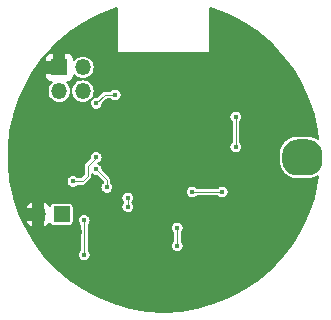
<source format=gbr>
G04 #@! TF.GenerationSoftware,KiCad,Pcbnew,(5.1.4)-1*
G04 #@! TF.CreationDate,2020-01-29T15:42:18+01:00*
G04 #@! TF.ProjectId,BLE-node,424c452d-6e6f-4646-952e-6b696361645f,rev?*
G04 #@! TF.SameCoordinates,Original*
G04 #@! TF.FileFunction,Copper,L2,Bot*
G04 #@! TF.FilePolarity,Positive*
%FSLAX46Y46*%
G04 Gerber Fmt 4.6, Leading zero omitted, Abs format (unit mm)*
G04 Created by KiCad (PCBNEW (5.1.4)-1) date 2020-01-29 15:42:18*
%MOMM*%
%LPD*%
G04 APERTURE LIST*
%ADD10O,1.350000X1.350000*%
%ADD11R,1.350000X1.350000*%
%ADD12R,4.500000X2.400000*%
%ADD13C,0.100000*%
%ADD14C,3.050000*%
%ADD15C,0.450000*%
%ADD16C,0.088900*%
%ADD17C,0.127000*%
G04 APERTURE END LIST*
D10*
X122682000Y-81248000D03*
X120682000Y-81248000D03*
X122682000Y-79248000D03*
D11*
X120682000Y-79248000D03*
D10*
X118904000Y-91694000D03*
D11*
X120904000Y-91694000D03*
D12*
X119920000Y-86868000D03*
D13*
G36*
X141798054Y-85349256D02*
G01*
X141924181Y-85367966D01*
X142047867Y-85398947D01*
X142167921Y-85441903D01*
X142283186Y-85496420D01*
X142392552Y-85561972D01*
X142494967Y-85637928D01*
X142589444Y-85723556D01*
X142675072Y-85818033D01*
X142751028Y-85920448D01*
X142816580Y-86029814D01*
X142871097Y-86145079D01*
X142914053Y-86265133D01*
X142945034Y-86388819D01*
X142963744Y-86514946D01*
X142970000Y-86642300D01*
X142970000Y-87093700D01*
X142963744Y-87221054D01*
X142945034Y-87347181D01*
X142914053Y-87470867D01*
X142871097Y-87590921D01*
X142816580Y-87706186D01*
X142751028Y-87815552D01*
X142675072Y-87917967D01*
X142589444Y-88012444D01*
X142494967Y-88098072D01*
X142392552Y-88174028D01*
X142283186Y-88239580D01*
X142167921Y-88294097D01*
X142047867Y-88337053D01*
X141924181Y-88368034D01*
X141798054Y-88386744D01*
X141670700Y-88393000D01*
X140869300Y-88393000D01*
X140741946Y-88386744D01*
X140615819Y-88368034D01*
X140492133Y-88337053D01*
X140372079Y-88294097D01*
X140256814Y-88239580D01*
X140147448Y-88174028D01*
X140045033Y-88098072D01*
X139950556Y-88012444D01*
X139864928Y-87917967D01*
X139788972Y-87815552D01*
X139723420Y-87706186D01*
X139668903Y-87590921D01*
X139625947Y-87470867D01*
X139594966Y-87347181D01*
X139576256Y-87221054D01*
X139570000Y-87093700D01*
X139570000Y-86642300D01*
X139576256Y-86514946D01*
X139594966Y-86388819D01*
X139625947Y-86265133D01*
X139668903Y-86145079D01*
X139723420Y-86029814D01*
X139788972Y-85920448D01*
X139864928Y-85818033D01*
X139950556Y-85723556D01*
X140045033Y-85637928D01*
X140147448Y-85561972D01*
X140256814Y-85496420D01*
X140372079Y-85441903D01*
X140492133Y-85398947D01*
X140615819Y-85367966D01*
X140741946Y-85349256D01*
X140869300Y-85343000D01*
X141670700Y-85343000D01*
X141798054Y-85349256D01*
X141798054Y-85349256D01*
G37*
D14*
X141270000Y-86868000D03*
D15*
X135255000Y-75438000D03*
X135255000Y-76835000D03*
X136398000Y-76835000D03*
X138557000Y-78232000D03*
X129032000Y-92710000D03*
X130048000Y-92329000D03*
X130048000Y-91059000D03*
X134112000Y-90424000D03*
X129540000Y-90170000D03*
X124841000Y-90297000D03*
X125984000Y-89789000D03*
X122428000Y-90043000D03*
X121158000Y-95250000D03*
X123063000Y-96774000D03*
X125222000Y-97663000D03*
X129540000Y-97663000D03*
X133985000Y-97536000D03*
X135763000Y-96647000D03*
X137922000Y-94869000D03*
X139319000Y-92964000D03*
X140716000Y-91186000D03*
X141986000Y-83058000D03*
X140589000Y-79883000D03*
X135636000Y-81788000D03*
X135128000Y-86995000D03*
X135128000Y-86995000D03*
X136652000Y-87376000D03*
X119888000Y-83312000D03*
X118491000Y-81026000D03*
X122047000Y-76835000D03*
X122936000Y-76073000D03*
X127889000Y-84836000D03*
X127889000Y-82550000D03*
X131318000Y-82423000D03*
X131318000Y-84836000D03*
X126619000Y-87503000D03*
X132334000Y-87503000D03*
X127000000Y-79629000D03*
X128397000Y-79629000D03*
X129921000Y-79629000D03*
X123317000Y-85725000D03*
X123444000Y-90551000D03*
X127000000Y-94488000D03*
X128016000Y-94488000D03*
X125476000Y-96774000D03*
X133858000Y-96012000D03*
X121920000Y-92710000D03*
X122428000Y-93218000D03*
X142240000Y-87884000D03*
X140462000Y-87884000D03*
X142240000Y-86106000D03*
X141351000Y-86995000D03*
X140462000Y-86106000D03*
X125415040Y-81575400D03*
X123825000Y-82296000D03*
X121838000Y-88900000D03*
X123825000Y-86868000D03*
X123825000Y-87884000D03*
X124714000Y-89408000D03*
X122809000Y-95123000D03*
X122809000Y-92202000D03*
X126492000Y-91036350D03*
X126492000Y-90297000D03*
X131953000Y-89789000D03*
X134493000Y-89789000D03*
X135636000Y-85979000D03*
X135636000Y-83439000D03*
X130683000Y-92837000D03*
X130683000Y-94338350D03*
D16*
X121838000Y-88900000D02*
X122668000Y-88900000D01*
X123126900Y-88441100D02*
X123126900Y-87566100D01*
X123600001Y-87092999D02*
X123825000Y-86868000D01*
X122668000Y-88900000D02*
X123126900Y-88441100D01*
X123126900Y-87566100D02*
X123600001Y-87092999D01*
X124545600Y-81575400D02*
X123825000Y-82296000D01*
X125415040Y-81575400D02*
X124545600Y-81575400D01*
X123825000Y-87884000D02*
X124714000Y-88773000D01*
X124714000Y-88773000D02*
X124714000Y-89408000D01*
X122809000Y-95123000D02*
X122809000Y-92202000D01*
X126492000Y-91036350D02*
X126492000Y-90297000D01*
X131953000Y-89789000D02*
X134493000Y-89789000D01*
X135636000Y-85979000D02*
X135636000Y-83439000D01*
X130683000Y-92837000D02*
X130683000Y-94338350D01*
D17*
G36*
X133742487Y-74286463D02*
G01*
X135066370Y-74813946D01*
X136325462Y-75481474D01*
X137505000Y-76281221D01*
X138591156Y-77203810D01*
X139571196Y-78238425D01*
X140433629Y-79372936D01*
X141168344Y-80594042D01*
X141766727Y-81887427D01*
X142221763Y-83237926D01*
X142528117Y-84629706D01*
X142604300Y-85330192D01*
X142567566Y-85300045D01*
X142288472Y-85150866D01*
X141985637Y-85059003D01*
X141670700Y-85027984D01*
X140869300Y-85027984D01*
X140554363Y-85059003D01*
X140251528Y-85150866D01*
X139972434Y-85300045D01*
X139727806Y-85500806D01*
X139527045Y-85745434D01*
X139377866Y-86024528D01*
X139286003Y-86327363D01*
X139254984Y-86642300D01*
X139254984Y-87093700D01*
X139286003Y-87408637D01*
X139377866Y-87711472D01*
X139527045Y-87990566D01*
X139727806Y-88235194D01*
X139972434Y-88435955D01*
X140251528Y-88585134D01*
X140554363Y-88676997D01*
X140869300Y-88708016D01*
X141670700Y-88708016D01*
X141985637Y-88676997D01*
X142288472Y-88585134D01*
X142567566Y-88435955D01*
X142578267Y-88427173D01*
X142528117Y-88888294D01*
X142221763Y-90280074D01*
X141766727Y-91630573D01*
X141168344Y-92923958D01*
X140433629Y-94145064D01*
X139571196Y-95279575D01*
X138591156Y-96314190D01*
X137505000Y-97236779D01*
X136325462Y-98036526D01*
X135066370Y-98704054D01*
X133742487Y-99231537D01*
X132369333Y-99612791D01*
X130963008Y-99843347D01*
X129540000Y-99920500D01*
X128116992Y-99843347D01*
X126710667Y-99612791D01*
X125337513Y-99231537D01*
X124013630Y-98704054D01*
X122754538Y-98036526D01*
X121575000Y-97236779D01*
X120488844Y-96314190D01*
X119508804Y-95279575D01*
X118646371Y-94145064D01*
X117911656Y-92923958D01*
X117625963Y-92306441D01*
X117827502Y-92306441D01*
X117967668Y-92504687D01*
X118143817Y-92671779D01*
X118291562Y-92770477D01*
X118467500Y-92701099D01*
X118467500Y-92130500D01*
X117885824Y-92130500D01*
X117827502Y-92306441D01*
X117625963Y-92306441D01*
X117313273Y-91630573D01*
X117128289Y-91081559D01*
X117827502Y-91081559D01*
X117885824Y-91257500D01*
X118467500Y-91257500D01*
X118467500Y-90686901D01*
X119340500Y-90686901D01*
X119340500Y-91257500D01*
X119360500Y-91257500D01*
X119360500Y-92130500D01*
X119340500Y-92130500D01*
X119340500Y-92701099D01*
X119516438Y-92770477D01*
X119664183Y-92671779D01*
X119840332Y-92504687D01*
X119916709Y-92396663D01*
X119920037Y-92430457D01*
X119937963Y-92489551D01*
X119967074Y-92544014D01*
X120006250Y-92591750D01*
X120053986Y-92630926D01*
X120108449Y-92660037D01*
X120167543Y-92677963D01*
X120229000Y-92684016D01*
X121579000Y-92684016D01*
X121640457Y-92677963D01*
X121699551Y-92660037D01*
X121754014Y-92630926D01*
X121801750Y-92591750D01*
X121840926Y-92544014D01*
X121870037Y-92489551D01*
X121887963Y-92430457D01*
X121894016Y-92369000D01*
X121894016Y-92148962D01*
X122270500Y-92148962D01*
X122270500Y-92255038D01*
X122291194Y-92359075D01*
X122331787Y-92457076D01*
X122390719Y-92545274D01*
X122451051Y-92605606D01*
X122451050Y-94719395D01*
X122390719Y-94779726D01*
X122331787Y-94867924D01*
X122291194Y-94965925D01*
X122270500Y-95069962D01*
X122270500Y-95176038D01*
X122291194Y-95280075D01*
X122331787Y-95378076D01*
X122390719Y-95466274D01*
X122465726Y-95541281D01*
X122553924Y-95600213D01*
X122651925Y-95640806D01*
X122755962Y-95661500D01*
X122862038Y-95661500D01*
X122966075Y-95640806D01*
X123064076Y-95600213D01*
X123152274Y-95541281D01*
X123227281Y-95466274D01*
X123286213Y-95378076D01*
X123326806Y-95280075D01*
X123347500Y-95176038D01*
X123347500Y-95069962D01*
X123326806Y-94965925D01*
X123286213Y-94867924D01*
X123227281Y-94779726D01*
X123166950Y-94719395D01*
X123166950Y-92783962D01*
X130144500Y-92783962D01*
X130144500Y-92890038D01*
X130165194Y-92994075D01*
X130205787Y-93092076D01*
X130264719Y-93180274D01*
X130325050Y-93240605D01*
X130325051Y-93934744D01*
X130264719Y-93995076D01*
X130205787Y-94083274D01*
X130165194Y-94181275D01*
X130144500Y-94285312D01*
X130144500Y-94391388D01*
X130165194Y-94495425D01*
X130205787Y-94593426D01*
X130264719Y-94681624D01*
X130339726Y-94756631D01*
X130427924Y-94815563D01*
X130525925Y-94856156D01*
X130629962Y-94876850D01*
X130736038Y-94876850D01*
X130840075Y-94856156D01*
X130938076Y-94815563D01*
X131026274Y-94756631D01*
X131101281Y-94681624D01*
X131160213Y-94593426D01*
X131200806Y-94495425D01*
X131221500Y-94391388D01*
X131221500Y-94285312D01*
X131200806Y-94181275D01*
X131160213Y-94083274D01*
X131101281Y-93995076D01*
X131040950Y-93934745D01*
X131040950Y-93240605D01*
X131101281Y-93180274D01*
X131160213Y-93092076D01*
X131200806Y-92994075D01*
X131221500Y-92890038D01*
X131221500Y-92783962D01*
X131200806Y-92679925D01*
X131160213Y-92581924D01*
X131101281Y-92493726D01*
X131026274Y-92418719D01*
X130938076Y-92359787D01*
X130840075Y-92319194D01*
X130736038Y-92298500D01*
X130629962Y-92298500D01*
X130525925Y-92319194D01*
X130427924Y-92359787D01*
X130339726Y-92418719D01*
X130264719Y-92493726D01*
X130205787Y-92581924D01*
X130165194Y-92679925D01*
X130144500Y-92783962D01*
X123166950Y-92783962D01*
X123166950Y-92605605D01*
X123227281Y-92545274D01*
X123286213Y-92457076D01*
X123326806Y-92359075D01*
X123347500Y-92255038D01*
X123347500Y-92148962D01*
X123326806Y-92044925D01*
X123286213Y-91946924D01*
X123227281Y-91858726D01*
X123152274Y-91783719D01*
X123064076Y-91724787D01*
X122966075Y-91684194D01*
X122862038Y-91663500D01*
X122755962Y-91663500D01*
X122651925Y-91684194D01*
X122553924Y-91724787D01*
X122465726Y-91783719D01*
X122390719Y-91858726D01*
X122331787Y-91946924D01*
X122291194Y-92044925D01*
X122270500Y-92148962D01*
X121894016Y-92148962D01*
X121894016Y-91019000D01*
X121887963Y-90957543D01*
X121870037Y-90898449D01*
X121840926Y-90843986D01*
X121801750Y-90796250D01*
X121754014Y-90757074D01*
X121699551Y-90727963D01*
X121640457Y-90710037D01*
X121579000Y-90703984D01*
X120229000Y-90703984D01*
X120167543Y-90710037D01*
X120108449Y-90727963D01*
X120053986Y-90757074D01*
X120006250Y-90796250D01*
X119967074Y-90843986D01*
X119937963Y-90898449D01*
X119920037Y-90957543D01*
X119916709Y-90991337D01*
X119840332Y-90883313D01*
X119664183Y-90716221D01*
X119516438Y-90617523D01*
X119340500Y-90686901D01*
X118467500Y-90686901D01*
X118291562Y-90617523D01*
X118143817Y-90716221D01*
X117967668Y-90883313D01*
X117827502Y-91081559D01*
X117128289Y-91081559D01*
X116858237Y-90280074D01*
X116850289Y-90243962D01*
X125953500Y-90243962D01*
X125953500Y-90350038D01*
X125974194Y-90454075D01*
X126014787Y-90552076D01*
X126073719Y-90640274D01*
X126100120Y-90666675D01*
X126073719Y-90693076D01*
X126014787Y-90781274D01*
X125974194Y-90879275D01*
X125953500Y-90983312D01*
X125953500Y-91089388D01*
X125974194Y-91193425D01*
X126014787Y-91291426D01*
X126073719Y-91379624D01*
X126148726Y-91454631D01*
X126236924Y-91513563D01*
X126334925Y-91554156D01*
X126438962Y-91574850D01*
X126545038Y-91574850D01*
X126649075Y-91554156D01*
X126747076Y-91513563D01*
X126835274Y-91454631D01*
X126910281Y-91379624D01*
X126969213Y-91291426D01*
X127009806Y-91193425D01*
X127030500Y-91089388D01*
X127030500Y-90983312D01*
X127009806Y-90879275D01*
X126969213Y-90781274D01*
X126910281Y-90693076D01*
X126883880Y-90666675D01*
X126910281Y-90640274D01*
X126969213Y-90552076D01*
X127009806Y-90454075D01*
X127030500Y-90350038D01*
X127030500Y-90243962D01*
X127009806Y-90139925D01*
X126969213Y-90041924D01*
X126910281Y-89953726D01*
X126835274Y-89878719D01*
X126747076Y-89819787D01*
X126649075Y-89779194D01*
X126545038Y-89758500D01*
X126438962Y-89758500D01*
X126334925Y-89779194D01*
X126236924Y-89819787D01*
X126148726Y-89878719D01*
X126073719Y-89953726D01*
X126014787Y-90041924D01*
X125974194Y-90139925D01*
X125953500Y-90243962D01*
X116850289Y-90243962D01*
X116551883Y-88888294D01*
X116547388Y-88846962D01*
X121299500Y-88846962D01*
X121299500Y-88953038D01*
X121320194Y-89057075D01*
X121360787Y-89155076D01*
X121419719Y-89243274D01*
X121494726Y-89318281D01*
X121582924Y-89377213D01*
X121680925Y-89417806D01*
X121784962Y-89438500D01*
X121891038Y-89438500D01*
X121995075Y-89417806D01*
X122093076Y-89377213D01*
X122181274Y-89318281D01*
X122241605Y-89257950D01*
X122650427Y-89257950D01*
X122668000Y-89259681D01*
X122685573Y-89257950D01*
X122685575Y-89257950D01*
X122738170Y-89252770D01*
X122805644Y-89232302D01*
X122867828Y-89199064D01*
X122922333Y-89154333D01*
X122933541Y-89140676D01*
X123367586Y-88706632D01*
X123381232Y-88695433D01*
X123392432Y-88681786D01*
X123392436Y-88681782D01*
X123425964Y-88640929D01*
X123459202Y-88578744D01*
X123479670Y-88511271D01*
X123486581Y-88441100D01*
X123484850Y-88423525D01*
X123484850Y-88304368D01*
X123569924Y-88361213D01*
X123667925Y-88401806D01*
X123771962Y-88422500D01*
X123857283Y-88422500D01*
X124356050Y-88921268D01*
X124356050Y-89004395D01*
X124295719Y-89064726D01*
X124236787Y-89152924D01*
X124196194Y-89250925D01*
X124175500Y-89354962D01*
X124175500Y-89461038D01*
X124196194Y-89565075D01*
X124236787Y-89663076D01*
X124295719Y-89751274D01*
X124370726Y-89826281D01*
X124458924Y-89885213D01*
X124556925Y-89925806D01*
X124660962Y-89946500D01*
X124767038Y-89946500D01*
X124871075Y-89925806D01*
X124969076Y-89885213D01*
X125057274Y-89826281D01*
X125132281Y-89751274D01*
X125142512Y-89735962D01*
X131414500Y-89735962D01*
X131414500Y-89842038D01*
X131435194Y-89946075D01*
X131475787Y-90044076D01*
X131534719Y-90132274D01*
X131609726Y-90207281D01*
X131697924Y-90266213D01*
X131795925Y-90306806D01*
X131899962Y-90327500D01*
X132006038Y-90327500D01*
X132110075Y-90306806D01*
X132208076Y-90266213D01*
X132296274Y-90207281D01*
X132356605Y-90146950D01*
X134089395Y-90146950D01*
X134149726Y-90207281D01*
X134237924Y-90266213D01*
X134335925Y-90306806D01*
X134439962Y-90327500D01*
X134546038Y-90327500D01*
X134650075Y-90306806D01*
X134748076Y-90266213D01*
X134836274Y-90207281D01*
X134911281Y-90132274D01*
X134970213Y-90044076D01*
X135010806Y-89946075D01*
X135031500Y-89842038D01*
X135031500Y-89735962D01*
X135010806Y-89631925D01*
X134970213Y-89533924D01*
X134911281Y-89445726D01*
X134836274Y-89370719D01*
X134748076Y-89311787D01*
X134650075Y-89271194D01*
X134546038Y-89250500D01*
X134439962Y-89250500D01*
X134335925Y-89271194D01*
X134237924Y-89311787D01*
X134149726Y-89370719D01*
X134089395Y-89431050D01*
X132356605Y-89431050D01*
X132296274Y-89370719D01*
X132208076Y-89311787D01*
X132110075Y-89271194D01*
X132006038Y-89250500D01*
X131899962Y-89250500D01*
X131795925Y-89271194D01*
X131697924Y-89311787D01*
X131609726Y-89370719D01*
X131534719Y-89445726D01*
X131475787Y-89533924D01*
X131435194Y-89631925D01*
X131414500Y-89735962D01*
X125142512Y-89735962D01*
X125191213Y-89663076D01*
X125231806Y-89565075D01*
X125252500Y-89461038D01*
X125252500Y-89354962D01*
X125231806Y-89250925D01*
X125191213Y-89152924D01*
X125132281Y-89064726D01*
X125071950Y-89004395D01*
X125071950Y-88790575D01*
X125073681Y-88773000D01*
X125066770Y-88702829D01*
X125046302Y-88635356D01*
X125027904Y-88600936D01*
X125013064Y-88573172D01*
X124991774Y-88547230D01*
X124979536Y-88532318D01*
X124979532Y-88532314D01*
X124968332Y-88518667D01*
X124954686Y-88507468D01*
X124363500Y-87916283D01*
X124363500Y-87830962D01*
X124342806Y-87726925D01*
X124302213Y-87628924D01*
X124243281Y-87540726D01*
X124168274Y-87465719D01*
X124080076Y-87406787D01*
X124005749Y-87376000D01*
X124080076Y-87345213D01*
X124168274Y-87286281D01*
X124243281Y-87211274D01*
X124302213Y-87123076D01*
X124342806Y-87025075D01*
X124363500Y-86921038D01*
X124363500Y-86814962D01*
X124342806Y-86710925D01*
X124302213Y-86612924D01*
X124243281Y-86524726D01*
X124168274Y-86449719D01*
X124080076Y-86390787D01*
X123982075Y-86350194D01*
X123878038Y-86329500D01*
X123771962Y-86329500D01*
X123667925Y-86350194D01*
X123569924Y-86390787D01*
X123481726Y-86449719D01*
X123406719Y-86524726D01*
X123347787Y-86612924D01*
X123307194Y-86710925D01*
X123286500Y-86814962D01*
X123286500Y-86900282D01*
X122886219Y-87300564D01*
X122872568Y-87311767D01*
X122861365Y-87325418D01*
X122861364Y-87325419D01*
X122827837Y-87366272D01*
X122794598Y-87428457D01*
X122774131Y-87495930D01*
X122767219Y-87566100D01*
X122768951Y-87583683D01*
X122768950Y-88292832D01*
X122519733Y-88542050D01*
X122241605Y-88542050D01*
X122181274Y-88481719D01*
X122093076Y-88422787D01*
X121995075Y-88382194D01*
X121891038Y-88361500D01*
X121784962Y-88361500D01*
X121680925Y-88382194D01*
X121582924Y-88422787D01*
X121494726Y-88481719D01*
X121419719Y-88556726D01*
X121360787Y-88644924D01*
X121320194Y-88742925D01*
X121299500Y-88846962D01*
X116547388Y-88846962D01*
X116397802Y-87471549D01*
X116397802Y-86046451D01*
X116551883Y-84629706D01*
X116825651Y-83385962D01*
X135097500Y-83385962D01*
X135097500Y-83492038D01*
X135118194Y-83596075D01*
X135158787Y-83694076D01*
X135217719Y-83782274D01*
X135278051Y-83842606D01*
X135278050Y-85575395D01*
X135217719Y-85635726D01*
X135158787Y-85723924D01*
X135118194Y-85821925D01*
X135097500Y-85925962D01*
X135097500Y-86032038D01*
X135118194Y-86136075D01*
X135158787Y-86234076D01*
X135217719Y-86322274D01*
X135292726Y-86397281D01*
X135380924Y-86456213D01*
X135478925Y-86496806D01*
X135582962Y-86517500D01*
X135689038Y-86517500D01*
X135793075Y-86496806D01*
X135891076Y-86456213D01*
X135979274Y-86397281D01*
X136054281Y-86322274D01*
X136113213Y-86234076D01*
X136153806Y-86136075D01*
X136174500Y-86032038D01*
X136174500Y-85925962D01*
X136153806Y-85821925D01*
X136113213Y-85723924D01*
X136054281Y-85635726D01*
X135993950Y-85575395D01*
X135993950Y-83842605D01*
X136054281Y-83782274D01*
X136113213Y-83694076D01*
X136153806Y-83596075D01*
X136174500Y-83492038D01*
X136174500Y-83385962D01*
X136153806Y-83281925D01*
X136113213Y-83183924D01*
X136054281Y-83095726D01*
X135979274Y-83020719D01*
X135891076Y-82961787D01*
X135793075Y-82921194D01*
X135689038Y-82900500D01*
X135582962Y-82900500D01*
X135478925Y-82921194D01*
X135380924Y-82961787D01*
X135292726Y-83020719D01*
X135217719Y-83095726D01*
X135158787Y-83183924D01*
X135118194Y-83281925D01*
X135097500Y-83385962D01*
X116825651Y-83385962D01*
X116858237Y-83237926D01*
X117193479Y-82242962D01*
X123286500Y-82242962D01*
X123286500Y-82349038D01*
X123307194Y-82453075D01*
X123347787Y-82551076D01*
X123406719Y-82639274D01*
X123481726Y-82714281D01*
X123569924Y-82773213D01*
X123667925Y-82813806D01*
X123771962Y-82834500D01*
X123878038Y-82834500D01*
X123982075Y-82813806D01*
X124080076Y-82773213D01*
X124168274Y-82714281D01*
X124243281Y-82639274D01*
X124302213Y-82551076D01*
X124342806Y-82453075D01*
X124363500Y-82349038D01*
X124363500Y-82263717D01*
X124693868Y-81933350D01*
X125011435Y-81933350D01*
X125071766Y-81993681D01*
X125159964Y-82052613D01*
X125257965Y-82093206D01*
X125362002Y-82113900D01*
X125468078Y-82113900D01*
X125572115Y-82093206D01*
X125670116Y-82052613D01*
X125758314Y-81993681D01*
X125833321Y-81918674D01*
X125892253Y-81830476D01*
X125932846Y-81732475D01*
X125953540Y-81628438D01*
X125953540Y-81522362D01*
X125932846Y-81418325D01*
X125892253Y-81320324D01*
X125833321Y-81232126D01*
X125758314Y-81157119D01*
X125670116Y-81098187D01*
X125572115Y-81057594D01*
X125468078Y-81036900D01*
X125362002Y-81036900D01*
X125257965Y-81057594D01*
X125159964Y-81098187D01*
X125071766Y-81157119D01*
X125011435Y-81217450D01*
X124563165Y-81217450D01*
X124545599Y-81215720D01*
X124528034Y-81217450D01*
X124528025Y-81217450D01*
X124475430Y-81222630D01*
X124407956Y-81243098D01*
X124345772Y-81276336D01*
X124291267Y-81321067D01*
X124280064Y-81334719D01*
X123857283Y-81757500D01*
X123771962Y-81757500D01*
X123667925Y-81778194D01*
X123569924Y-81818787D01*
X123481726Y-81877719D01*
X123406719Y-81952726D01*
X123347787Y-82040924D01*
X123307194Y-82138925D01*
X123286500Y-82242962D01*
X117193479Y-82242962D01*
X117313273Y-81887427D01*
X117911656Y-80594042D01*
X118315408Y-79923000D01*
X119440773Y-79923000D01*
X119451653Y-80033465D01*
X119483874Y-80139686D01*
X119536199Y-80237579D01*
X119606617Y-80323383D01*
X119692421Y-80393801D01*
X119790314Y-80446126D01*
X119896535Y-80478347D01*
X120007000Y-80489227D01*
X120049846Y-80488030D01*
X119979644Y-80545644D01*
X119856116Y-80696162D01*
X119764327Y-80867887D01*
X119707804Y-81054220D01*
X119688718Y-81248000D01*
X119707804Y-81441780D01*
X119764327Y-81628113D01*
X119856116Y-81799838D01*
X119979644Y-81950356D01*
X120130162Y-82073884D01*
X120301887Y-82165673D01*
X120488220Y-82222196D01*
X120633448Y-82236500D01*
X120730552Y-82236500D01*
X120875780Y-82222196D01*
X121062113Y-82165673D01*
X121233838Y-82073884D01*
X121384356Y-81950356D01*
X121507884Y-81799838D01*
X121599673Y-81628113D01*
X121656196Y-81441780D01*
X121675282Y-81248000D01*
X121688718Y-81248000D01*
X121707804Y-81441780D01*
X121764327Y-81628113D01*
X121856116Y-81799838D01*
X121979644Y-81950356D01*
X122130162Y-82073884D01*
X122301887Y-82165673D01*
X122488220Y-82222196D01*
X122633448Y-82236500D01*
X122730552Y-82236500D01*
X122875780Y-82222196D01*
X123062113Y-82165673D01*
X123233838Y-82073884D01*
X123384356Y-81950356D01*
X123507884Y-81799838D01*
X123599673Y-81628113D01*
X123656196Y-81441780D01*
X123675282Y-81248000D01*
X123656196Y-81054220D01*
X123599673Y-80867887D01*
X123507884Y-80696162D01*
X123384356Y-80545644D01*
X123233838Y-80422116D01*
X123062113Y-80330327D01*
X122875780Y-80273804D01*
X122730552Y-80259500D01*
X122633448Y-80259500D01*
X122488220Y-80273804D01*
X122301887Y-80330327D01*
X122130162Y-80422116D01*
X121979644Y-80545644D01*
X121856116Y-80696162D01*
X121764327Y-80867887D01*
X121707804Y-81054220D01*
X121688718Y-81248000D01*
X121675282Y-81248000D01*
X121656196Y-81054220D01*
X121599673Y-80867887D01*
X121507884Y-80696162D01*
X121384356Y-80545644D01*
X121314154Y-80488030D01*
X121357000Y-80489227D01*
X121467465Y-80478347D01*
X121573686Y-80446126D01*
X121671579Y-80393801D01*
X121757383Y-80323383D01*
X121827801Y-80237579D01*
X121880126Y-80139686D01*
X121912347Y-80033465D01*
X121923227Y-79923000D01*
X121922030Y-79880154D01*
X121979644Y-79950356D01*
X122130162Y-80073884D01*
X122301887Y-80165673D01*
X122488220Y-80222196D01*
X122633448Y-80236500D01*
X122730552Y-80236500D01*
X122875780Y-80222196D01*
X123062113Y-80165673D01*
X123233838Y-80073884D01*
X123384356Y-79950356D01*
X123507884Y-79799838D01*
X123599673Y-79628113D01*
X123656196Y-79441780D01*
X123675282Y-79248000D01*
X123656196Y-79054220D01*
X123599673Y-78867887D01*
X123507884Y-78696162D01*
X123384356Y-78545644D01*
X123233838Y-78422116D01*
X123062113Y-78330327D01*
X122875780Y-78273804D01*
X122730552Y-78259500D01*
X122633448Y-78259500D01*
X122488220Y-78273804D01*
X122301887Y-78330327D01*
X122130162Y-78422116D01*
X121979644Y-78545644D01*
X121922030Y-78615846D01*
X121923227Y-78573000D01*
X121912347Y-78462535D01*
X121880126Y-78356314D01*
X121827801Y-78258421D01*
X121757383Y-78172617D01*
X121671579Y-78102199D01*
X121573686Y-78049874D01*
X121467465Y-78017653D01*
X121357000Y-78006773D01*
X121259375Y-78009500D01*
X121118500Y-78150375D01*
X121118500Y-78811500D01*
X121138500Y-78811500D01*
X121138500Y-79684500D01*
X121118500Y-79684500D01*
X121118500Y-79704500D01*
X120245500Y-79704500D01*
X120245500Y-79684500D01*
X119584375Y-79684500D01*
X119443500Y-79825375D01*
X119440773Y-79923000D01*
X118315408Y-79923000D01*
X118646371Y-79372936D01*
X119254466Y-78573000D01*
X119440773Y-78573000D01*
X119443500Y-78670625D01*
X119584375Y-78811500D01*
X120245500Y-78811500D01*
X120245500Y-78150375D01*
X120104625Y-78009500D01*
X120007000Y-78006773D01*
X119896535Y-78017653D01*
X119790314Y-78049874D01*
X119692421Y-78102199D01*
X119606617Y-78172617D01*
X119536199Y-78258421D01*
X119483874Y-78356314D01*
X119451653Y-78462535D01*
X119440773Y-78573000D01*
X119254466Y-78573000D01*
X119508804Y-78238425D01*
X120488844Y-77203810D01*
X121575000Y-76281221D01*
X122754538Y-75481474D01*
X124013630Y-74813946D01*
X125337513Y-74286463D01*
X125539500Y-74230382D01*
X125539500Y-77978000D01*
X125540720Y-77990388D01*
X125544334Y-78002300D01*
X125550202Y-78013279D01*
X125558099Y-78022901D01*
X125567721Y-78030798D01*
X125578700Y-78036666D01*
X125590612Y-78040280D01*
X125603000Y-78041500D01*
X133413500Y-78041500D01*
X133425888Y-78040280D01*
X133437800Y-78036666D01*
X133448779Y-78030798D01*
X133458401Y-78022901D01*
X133466298Y-78013279D01*
X133472166Y-78002300D01*
X133475780Y-77990388D01*
X133477000Y-77978000D01*
X133477000Y-74212751D01*
X133742487Y-74286463D01*
X133742487Y-74286463D01*
G37*
X133742487Y-74286463D02*
X135066370Y-74813946D01*
X136325462Y-75481474D01*
X137505000Y-76281221D01*
X138591156Y-77203810D01*
X139571196Y-78238425D01*
X140433629Y-79372936D01*
X141168344Y-80594042D01*
X141766727Y-81887427D01*
X142221763Y-83237926D01*
X142528117Y-84629706D01*
X142604300Y-85330192D01*
X142567566Y-85300045D01*
X142288472Y-85150866D01*
X141985637Y-85059003D01*
X141670700Y-85027984D01*
X140869300Y-85027984D01*
X140554363Y-85059003D01*
X140251528Y-85150866D01*
X139972434Y-85300045D01*
X139727806Y-85500806D01*
X139527045Y-85745434D01*
X139377866Y-86024528D01*
X139286003Y-86327363D01*
X139254984Y-86642300D01*
X139254984Y-87093700D01*
X139286003Y-87408637D01*
X139377866Y-87711472D01*
X139527045Y-87990566D01*
X139727806Y-88235194D01*
X139972434Y-88435955D01*
X140251528Y-88585134D01*
X140554363Y-88676997D01*
X140869300Y-88708016D01*
X141670700Y-88708016D01*
X141985637Y-88676997D01*
X142288472Y-88585134D01*
X142567566Y-88435955D01*
X142578267Y-88427173D01*
X142528117Y-88888294D01*
X142221763Y-90280074D01*
X141766727Y-91630573D01*
X141168344Y-92923958D01*
X140433629Y-94145064D01*
X139571196Y-95279575D01*
X138591156Y-96314190D01*
X137505000Y-97236779D01*
X136325462Y-98036526D01*
X135066370Y-98704054D01*
X133742487Y-99231537D01*
X132369333Y-99612791D01*
X130963008Y-99843347D01*
X129540000Y-99920500D01*
X128116992Y-99843347D01*
X126710667Y-99612791D01*
X125337513Y-99231537D01*
X124013630Y-98704054D01*
X122754538Y-98036526D01*
X121575000Y-97236779D01*
X120488844Y-96314190D01*
X119508804Y-95279575D01*
X118646371Y-94145064D01*
X117911656Y-92923958D01*
X117625963Y-92306441D01*
X117827502Y-92306441D01*
X117967668Y-92504687D01*
X118143817Y-92671779D01*
X118291562Y-92770477D01*
X118467500Y-92701099D01*
X118467500Y-92130500D01*
X117885824Y-92130500D01*
X117827502Y-92306441D01*
X117625963Y-92306441D01*
X117313273Y-91630573D01*
X117128289Y-91081559D01*
X117827502Y-91081559D01*
X117885824Y-91257500D01*
X118467500Y-91257500D01*
X118467500Y-90686901D01*
X119340500Y-90686901D01*
X119340500Y-91257500D01*
X119360500Y-91257500D01*
X119360500Y-92130500D01*
X119340500Y-92130500D01*
X119340500Y-92701099D01*
X119516438Y-92770477D01*
X119664183Y-92671779D01*
X119840332Y-92504687D01*
X119916709Y-92396663D01*
X119920037Y-92430457D01*
X119937963Y-92489551D01*
X119967074Y-92544014D01*
X120006250Y-92591750D01*
X120053986Y-92630926D01*
X120108449Y-92660037D01*
X120167543Y-92677963D01*
X120229000Y-92684016D01*
X121579000Y-92684016D01*
X121640457Y-92677963D01*
X121699551Y-92660037D01*
X121754014Y-92630926D01*
X121801750Y-92591750D01*
X121840926Y-92544014D01*
X121870037Y-92489551D01*
X121887963Y-92430457D01*
X121894016Y-92369000D01*
X121894016Y-92148962D01*
X122270500Y-92148962D01*
X122270500Y-92255038D01*
X122291194Y-92359075D01*
X122331787Y-92457076D01*
X122390719Y-92545274D01*
X122451051Y-92605606D01*
X122451050Y-94719395D01*
X122390719Y-94779726D01*
X122331787Y-94867924D01*
X122291194Y-94965925D01*
X122270500Y-95069962D01*
X122270500Y-95176038D01*
X122291194Y-95280075D01*
X122331787Y-95378076D01*
X122390719Y-95466274D01*
X122465726Y-95541281D01*
X122553924Y-95600213D01*
X122651925Y-95640806D01*
X122755962Y-95661500D01*
X122862038Y-95661500D01*
X122966075Y-95640806D01*
X123064076Y-95600213D01*
X123152274Y-95541281D01*
X123227281Y-95466274D01*
X123286213Y-95378076D01*
X123326806Y-95280075D01*
X123347500Y-95176038D01*
X123347500Y-95069962D01*
X123326806Y-94965925D01*
X123286213Y-94867924D01*
X123227281Y-94779726D01*
X123166950Y-94719395D01*
X123166950Y-92783962D01*
X130144500Y-92783962D01*
X130144500Y-92890038D01*
X130165194Y-92994075D01*
X130205787Y-93092076D01*
X130264719Y-93180274D01*
X130325050Y-93240605D01*
X130325051Y-93934744D01*
X130264719Y-93995076D01*
X130205787Y-94083274D01*
X130165194Y-94181275D01*
X130144500Y-94285312D01*
X130144500Y-94391388D01*
X130165194Y-94495425D01*
X130205787Y-94593426D01*
X130264719Y-94681624D01*
X130339726Y-94756631D01*
X130427924Y-94815563D01*
X130525925Y-94856156D01*
X130629962Y-94876850D01*
X130736038Y-94876850D01*
X130840075Y-94856156D01*
X130938076Y-94815563D01*
X131026274Y-94756631D01*
X131101281Y-94681624D01*
X131160213Y-94593426D01*
X131200806Y-94495425D01*
X131221500Y-94391388D01*
X131221500Y-94285312D01*
X131200806Y-94181275D01*
X131160213Y-94083274D01*
X131101281Y-93995076D01*
X131040950Y-93934745D01*
X131040950Y-93240605D01*
X131101281Y-93180274D01*
X131160213Y-93092076D01*
X131200806Y-92994075D01*
X131221500Y-92890038D01*
X131221500Y-92783962D01*
X131200806Y-92679925D01*
X131160213Y-92581924D01*
X131101281Y-92493726D01*
X131026274Y-92418719D01*
X130938076Y-92359787D01*
X130840075Y-92319194D01*
X130736038Y-92298500D01*
X130629962Y-92298500D01*
X130525925Y-92319194D01*
X130427924Y-92359787D01*
X130339726Y-92418719D01*
X130264719Y-92493726D01*
X130205787Y-92581924D01*
X130165194Y-92679925D01*
X130144500Y-92783962D01*
X123166950Y-92783962D01*
X123166950Y-92605605D01*
X123227281Y-92545274D01*
X123286213Y-92457076D01*
X123326806Y-92359075D01*
X123347500Y-92255038D01*
X123347500Y-92148962D01*
X123326806Y-92044925D01*
X123286213Y-91946924D01*
X123227281Y-91858726D01*
X123152274Y-91783719D01*
X123064076Y-91724787D01*
X122966075Y-91684194D01*
X122862038Y-91663500D01*
X122755962Y-91663500D01*
X122651925Y-91684194D01*
X122553924Y-91724787D01*
X122465726Y-91783719D01*
X122390719Y-91858726D01*
X122331787Y-91946924D01*
X122291194Y-92044925D01*
X122270500Y-92148962D01*
X121894016Y-92148962D01*
X121894016Y-91019000D01*
X121887963Y-90957543D01*
X121870037Y-90898449D01*
X121840926Y-90843986D01*
X121801750Y-90796250D01*
X121754014Y-90757074D01*
X121699551Y-90727963D01*
X121640457Y-90710037D01*
X121579000Y-90703984D01*
X120229000Y-90703984D01*
X120167543Y-90710037D01*
X120108449Y-90727963D01*
X120053986Y-90757074D01*
X120006250Y-90796250D01*
X119967074Y-90843986D01*
X119937963Y-90898449D01*
X119920037Y-90957543D01*
X119916709Y-90991337D01*
X119840332Y-90883313D01*
X119664183Y-90716221D01*
X119516438Y-90617523D01*
X119340500Y-90686901D01*
X118467500Y-90686901D01*
X118291562Y-90617523D01*
X118143817Y-90716221D01*
X117967668Y-90883313D01*
X117827502Y-91081559D01*
X117128289Y-91081559D01*
X116858237Y-90280074D01*
X116850289Y-90243962D01*
X125953500Y-90243962D01*
X125953500Y-90350038D01*
X125974194Y-90454075D01*
X126014787Y-90552076D01*
X126073719Y-90640274D01*
X126100120Y-90666675D01*
X126073719Y-90693076D01*
X126014787Y-90781274D01*
X125974194Y-90879275D01*
X125953500Y-90983312D01*
X125953500Y-91089388D01*
X125974194Y-91193425D01*
X126014787Y-91291426D01*
X126073719Y-91379624D01*
X126148726Y-91454631D01*
X126236924Y-91513563D01*
X126334925Y-91554156D01*
X126438962Y-91574850D01*
X126545038Y-91574850D01*
X126649075Y-91554156D01*
X126747076Y-91513563D01*
X126835274Y-91454631D01*
X126910281Y-91379624D01*
X126969213Y-91291426D01*
X127009806Y-91193425D01*
X127030500Y-91089388D01*
X127030500Y-90983312D01*
X127009806Y-90879275D01*
X126969213Y-90781274D01*
X126910281Y-90693076D01*
X126883880Y-90666675D01*
X126910281Y-90640274D01*
X126969213Y-90552076D01*
X127009806Y-90454075D01*
X127030500Y-90350038D01*
X127030500Y-90243962D01*
X127009806Y-90139925D01*
X126969213Y-90041924D01*
X126910281Y-89953726D01*
X126835274Y-89878719D01*
X126747076Y-89819787D01*
X126649075Y-89779194D01*
X126545038Y-89758500D01*
X126438962Y-89758500D01*
X126334925Y-89779194D01*
X126236924Y-89819787D01*
X126148726Y-89878719D01*
X126073719Y-89953726D01*
X126014787Y-90041924D01*
X125974194Y-90139925D01*
X125953500Y-90243962D01*
X116850289Y-90243962D01*
X116551883Y-88888294D01*
X116547388Y-88846962D01*
X121299500Y-88846962D01*
X121299500Y-88953038D01*
X121320194Y-89057075D01*
X121360787Y-89155076D01*
X121419719Y-89243274D01*
X121494726Y-89318281D01*
X121582924Y-89377213D01*
X121680925Y-89417806D01*
X121784962Y-89438500D01*
X121891038Y-89438500D01*
X121995075Y-89417806D01*
X122093076Y-89377213D01*
X122181274Y-89318281D01*
X122241605Y-89257950D01*
X122650427Y-89257950D01*
X122668000Y-89259681D01*
X122685573Y-89257950D01*
X122685575Y-89257950D01*
X122738170Y-89252770D01*
X122805644Y-89232302D01*
X122867828Y-89199064D01*
X122922333Y-89154333D01*
X122933541Y-89140676D01*
X123367586Y-88706632D01*
X123381232Y-88695433D01*
X123392432Y-88681786D01*
X123392436Y-88681782D01*
X123425964Y-88640929D01*
X123459202Y-88578744D01*
X123479670Y-88511271D01*
X123486581Y-88441100D01*
X123484850Y-88423525D01*
X123484850Y-88304368D01*
X123569924Y-88361213D01*
X123667925Y-88401806D01*
X123771962Y-88422500D01*
X123857283Y-88422500D01*
X124356050Y-88921268D01*
X124356050Y-89004395D01*
X124295719Y-89064726D01*
X124236787Y-89152924D01*
X124196194Y-89250925D01*
X124175500Y-89354962D01*
X124175500Y-89461038D01*
X124196194Y-89565075D01*
X124236787Y-89663076D01*
X124295719Y-89751274D01*
X124370726Y-89826281D01*
X124458924Y-89885213D01*
X124556925Y-89925806D01*
X124660962Y-89946500D01*
X124767038Y-89946500D01*
X124871075Y-89925806D01*
X124969076Y-89885213D01*
X125057274Y-89826281D01*
X125132281Y-89751274D01*
X125142512Y-89735962D01*
X131414500Y-89735962D01*
X131414500Y-89842038D01*
X131435194Y-89946075D01*
X131475787Y-90044076D01*
X131534719Y-90132274D01*
X131609726Y-90207281D01*
X131697924Y-90266213D01*
X131795925Y-90306806D01*
X131899962Y-90327500D01*
X132006038Y-90327500D01*
X132110075Y-90306806D01*
X132208076Y-90266213D01*
X132296274Y-90207281D01*
X132356605Y-90146950D01*
X134089395Y-90146950D01*
X134149726Y-90207281D01*
X134237924Y-90266213D01*
X134335925Y-90306806D01*
X134439962Y-90327500D01*
X134546038Y-90327500D01*
X134650075Y-90306806D01*
X134748076Y-90266213D01*
X134836274Y-90207281D01*
X134911281Y-90132274D01*
X134970213Y-90044076D01*
X135010806Y-89946075D01*
X135031500Y-89842038D01*
X135031500Y-89735962D01*
X135010806Y-89631925D01*
X134970213Y-89533924D01*
X134911281Y-89445726D01*
X134836274Y-89370719D01*
X134748076Y-89311787D01*
X134650075Y-89271194D01*
X134546038Y-89250500D01*
X134439962Y-89250500D01*
X134335925Y-89271194D01*
X134237924Y-89311787D01*
X134149726Y-89370719D01*
X134089395Y-89431050D01*
X132356605Y-89431050D01*
X132296274Y-89370719D01*
X132208076Y-89311787D01*
X132110075Y-89271194D01*
X132006038Y-89250500D01*
X131899962Y-89250500D01*
X131795925Y-89271194D01*
X131697924Y-89311787D01*
X131609726Y-89370719D01*
X131534719Y-89445726D01*
X131475787Y-89533924D01*
X131435194Y-89631925D01*
X131414500Y-89735962D01*
X125142512Y-89735962D01*
X125191213Y-89663076D01*
X125231806Y-89565075D01*
X125252500Y-89461038D01*
X125252500Y-89354962D01*
X125231806Y-89250925D01*
X125191213Y-89152924D01*
X125132281Y-89064726D01*
X125071950Y-89004395D01*
X125071950Y-88790575D01*
X125073681Y-88773000D01*
X125066770Y-88702829D01*
X125046302Y-88635356D01*
X125027904Y-88600936D01*
X125013064Y-88573172D01*
X124991774Y-88547230D01*
X124979536Y-88532318D01*
X124979532Y-88532314D01*
X124968332Y-88518667D01*
X124954686Y-88507468D01*
X124363500Y-87916283D01*
X124363500Y-87830962D01*
X124342806Y-87726925D01*
X124302213Y-87628924D01*
X124243281Y-87540726D01*
X124168274Y-87465719D01*
X124080076Y-87406787D01*
X124005749Y-87376000D01*
X124080076Y-87345213D01*
X124168274Y-87286281D01*
X124243281Y-87211274D01*
X124302213Y-87123076D01*
X124342806Y-87025075D01*
X124363500Y-86921038D01*
X124363500Y-86814962D01*
X124342806Y-86710925D01*
X124302213Y-86612924D01*
X124243281Y-86524726D01*
X124168274Y-86449719D01*
X124080076Y-86390787D01*
X123982075Y-86350194D01*
X123878038Y-86329500D01*
X123771962Y-86329500D01*
X123667925Y-86350194D01*
X123569924Y-86390787D01*
X123481726Y-86449719D01*
X123406719Y-86524726D01*
X123347787Y-86612924D01*
X123307194Y-86710925D01*
X123286500Y-86814962D01*
X123286500Y-86900282D01*
X122886219Y-87300564D01*
X122872568Y-87311767D01*
X122861365Y-87325418D01*
X122861364Y-87325419D01*
X122827837Y-87366272D01*
X122794598Y-87428457D01*
X122774131Y-87495930D01*
X122767219Y-87566100D01*
X122768951Y-87583683D01*
X122768950Y-88292832D01*
X122519733Y-88542050D01*
X122241605Y-88542050D01*
X122181274Y-88481719D01*
X122093076Y-88422787D01*
X121995075Y-88382194D01*
X121891038Y-88361500D01*
X121784962Y-88361500D01*
X121680925Y-88382194D01*
X121582924Y-88422787D01*
X121494726Y-88481719D01*
X121419719Y-88556726D01*
X121360787Y-88644924D01*
X121320194Y-88742925D01*
X121299500Y-88846962D01*
X116547388Y-88846962D01*
X116397802Y-87471549D01*
X116397802Y-86046451D01*
X116551883Y-84629706D01*
X116825651Y-83385962D01*
X135097500Y-83385962D01*
X135097500Y-83492038D01*
X135118194Y-83596075D01*
X135158787Y-83694076D01*
X135217719Y-83782274D01*
X135278051Y-83842606D01*
X135278050Y-85575395D01*
X135217719Y-85635726D01*
X135158787Y-85723924D01*
X135118194Y-85821925D01*
X135097500Y-85925962D01*
X135097500Y-86032038D01*
X135118194Y-86136075D01*
X135158787Y-86234076D01*
X135217719Y-86322274D01*
X135292726Y-86397281D01*
X135380924Y-86456213D01*
X135478925Y-86496806D01*
X135582962Y-86517500D01*
X135689038Y-86517500D01*
X135793075Y-86496806D01*
X135891076Y-86456213D01*
X135979274Y-86397281D01*
X136054281Y-86322274D01*
X136113213Y-86234076D01*
X136153806Y-86136075D01*
X136174500Y-86032038D01*
X136174500Y-85925962D01*
X136153806Y-85821925D01*
X136113213Y-85723924D01*
X136054281Y-85635726D01*
X135993950Y-85575395D01*
X135993950Y-83842605D01*
X136054281Y-83782274D01*
X136113213Y-83694076D01*
X136153806Y-83596075D01*
X136174500Y-83492038D01*
X136174500Y-83385962D01*
X136153806Y-83281925D01*
X136113213Y-83183924D01*
X136054281Y-83095726D01*
X135979274Y-83020719D01*
X135891076Y-82961787D01*
X135793075Y-82921194D01*
X135689038Y-82900500D01*
X135582962Y-82900500D01*
X135478925Y-82921194D01*
X135380924Y-82961787D01*
X135292726Y-83020719D01*
X135217719Y-83095726D01*
X135158787Y-83183924D01*
X135118194Y-83281925D01*
X135097500Y-83385962D01*
X116825651Y-83385962D01*
X116858237Y-83237926D01*
X117193479Y-82242962D01*
X123286500Y-82242962D01*
X123286500Y-82349038D01*
X123307194Y-82453075D01*
X123347787Y-82551076D01*
X123406719Y-82639274D01*
X123481726Y-82714281D01*
X123569924Y-82773213D01*
X123667925Y-82813806D01*
X123771962Y-82834500D01*
X123878038Y-82834500D01*
X123982075Y-82813806D01*
X124080076Y-82773213D01*
X124168274Y-82714281D01*
X124243281Y-82639274D01*
X124302213Y-82551076D01*
X124342806Y-82453075D01*
X124363500Y-82349038D01*
X124363500Y-82263717D01*
X124693868Y-81933350D01*
X125011435Y-81933350D01*
X125071766Y-81993681D01*
X125159964Y-82052613D01*
X125257965Y-82093206D01*
X125362002Y-82113900D01*
X125468078Y-82113900D01*
X125572115Y-82093206D01*
X125670116Y-82052613D01*
X125758314Y-81993681D01*
X125833321Y-81918674D01*
X125892253Y-81830476D01*
X125932846Y-81732475D01*
X125953540Y-81628438D01*
X125953540Y-81522362D01*
X125932846Y-81418325D01*
X125892253Y-81320324D01*
X125833321Y-81232126D01*
X125758314Y-81157119D01*
X125670116Y-81098187D01*
X125572115Y-81057594D01*
X125468078Y-81036900D01*
X125362002Y-81036900D01*
X125257965Y-81057594D01*
X125159964Y-81098187D01*
X125071766Y-81157119D01*
X125011435Y-81217450D01*
X124563165Y-81217450D01*
X124545599Y-81215720D01*
X124528034Y-81217450D01*
X124528025Y-81217450D01*
X124475430Y-81222630D01*
X124407956Y-81243098D01*
X124345772Y-81276336D01*
X124291267Y-81321067D01*
X124280064Y-81334719D01*
X123857283Y-81757500D01*
X123771962Y-81757500D01*
X123667925Y-81778194D01*
X123569924Y-81818787D01*
X123481726Y-81877719D01*
X123406719Y-81952726D01*
X123347787Y-82040924D01*
X123307194Y-82138925D01*
X123286500Y-82242962D01*
X117193479Y-82242962D01*
X117313273Y-81887427D01*
X117911656Y-80594042D01*
X118315408Y-79923000D01*
X119440773Y-79923000D01*
X119451653Y-80033465D01*
X119483874Y-80139686D01*
X119536199Y-80237579D01*
X119606617Y-80323383D01*
X119692421Y-80393801D01*
X119790314Y-80446126D01*
X119896535Y-80478347D01*
X120007000Y-80489227D01*
X120049846Y-80488030D01*
X119979644Y-80545644D01*
X119856116Y-80696162D01*
X119764327Y-80867887D01*
X119707804Y-81054220D01*
X119688718Y-81248000D01*
X119707804Y-81441780D01*
X119764327Y-81628113D01*
X119856116Y-81799838D01*
X119979644Y-81950356D01*
X120130162Y-82073884D01*
X120301887Y-82165673D01*
X120488220Y-82222196D01*
X120633448Y-82236500D01*
X120730552Y-82236500D01*
X120875780Y-82222196D01*
X121062113Y-82165673D01*
X121233838Y-82073884D01*
X121384356Y-81950356D01*
X121507884Y-81799838D01*
X121599673Y-81628113D01*
X121656196Y-81441780D01*
X121675282Y-81248000D01*
X121688718Y-81248000D01*
X121707804Y-81441780D01*
X121764327Y-81628113D01*
X121856116Y-81799838D01*
X121979644Y-81950356D01*
X122130162Y-82073884D01*
X122301887Y-82165673D01*
X122488220Y-82222196D01*
X122633448Y-82236500D01*
X122730552Y-82236500D01*
X122875780Y-82222196D01*
X123062113Y-82165673D01*
X123233838Y-82073884D01*
X123384356Y-81950356D01*
X123507884Y-81799838D01*
X123599673Y-81628113D01*
X123656196Y-81441780D01*
X123675282Y-81248000D01*
X123656196Y-81054220D01*
X123599673Y-80867887D01*
X123507884Y-80696162D01*
X123384356Y-80545644D01*
X123233838Y-80422116D01*
X123062113Y-80330327D01*
X122875780Y-80273804D01*
X122730552Y-80259500D01*
X122633448Y-80259500D01*
X122488220Y-80273804D01*
X122301887Y-80330327D01*
X122130162Y-80422116D01*
X121979644Y-80545644D01*
X121856116Y-80696162D01*
X121764327Y-80867887D01*
X121707804Y-81054220D01*
X121688718Y-81248000D01*
X121675282Y-81248000D01*
X121656196Y-81054220D01*
X121599673Y-80867887D01*
X121507884Y-80696162D01*
X121384356Y-80545644D01*
X121314154Y-80488030D01*
X121357000Y-80489227D01*
X121467465Y-80478347D01*
X121573686Y-80446126D01*
X121671579Y-80393801D01*
X121757383Y-80323383D01*
X121827801Y-80237579D01*
X121880126Y-80139686D01*
X121912347Y-80033465D01*
X121923227Y-79923000D01*
X121922030Y-79880154D01*
X121979644Y-79950356D01*
X122130162Y-80073884D01*
X122301887Y-80165673D01*
X122488220Y-80222196D01*
X122633448Y-80236500D01*
X122730552Y-80236500D01*
X122875780Y-80222196D01*
X123062113Y-80165673D01*
X123233838Y-80073884D01*
X123384356Y-79950356D01*
X123507884Y-79799838D01*
X123599673Y-79628113D01*
X123656196Y-79441780D01*
X123675282Y-79248000D01*
X123656196Y-79054220D01*
X123599673Y-78867887D01*
X123507884Y-78696162D01*
X123384356Y-78545644D01*
X123233838Y-78422116D01*
X123062113Y-78330327D01*
X122875780Y-78273804D01*
X122730552Y-78259500D01*
X122633448Y-78259500D01*
X122488220Y-78273804D01*
X122301887Y-78330327D01*
X122130162Y-78422116D01*
X121979644Y-78545644D01*
X121922030Y-78615846D01*
X121923227Y-78573000D01*
X121912347Y-78462535D01*
X121880126Y-78356314D01*
X121827801Y-78258421D01*
X121757383Y-78172617D01*
X121671579Y-78102199D01*
X121573686Y-78049874D01*
X121467465Y-78017653D01*
X121357000Y-78006773D01*
X121259375Y-78009500D01*
X121118500Y-78150375D01*
X121118500Y-78811500D01*
X121138500Y-78811500D01*
X121138500Y-79684500D01*
X121118500Y-79684500D01*
X121118500Y-79704500D01*
X120245500Y-79704500D01*
X120245500Y-79684500D01*
X119584375Y-79684500D01*
X119443500Y-79825375D01*
X119440773Y-79923000D01*
X118315408Y-79923000D01*
X118646371Y-79372936D01*
X119254466Y-78573000D01*
X119440773Y-78573000D01*
X119443500Y-78670625D01*
X119584375Y-78811500D01*
X120245500Y-78811500D01*
X120245500Y-78150375D01*
X120104625Y-78009500D01*
X120007000Y-78006773D01*
X119896535Y-78017653D01*
X119790314Y-78049874D01*
X119692421Y-78102199D01*
X119606617Y-78172617D01*
X119536199Y-78258421D01*
X119483874Y-78356314D01*
X119451653Y-78462535D01*
X119440773Y-78573000D01*
X119254466Y-78573000D01*
X119508804Y-78238425D01*
X120488844Y-77203810D01*
X121575000Y-76281221D01*
X122754538Y-75481474D01*
X124013630Y-74813946D01*
X125337513Y-74286463D01*
X125539500Y-74230382D01*
X125539500Y-77978000D01*
X125540720Y-77990388D01*
X125544334Y-78002300D01*
X125550202Y-78013279D01*
X125558099Y-78022901D01*
X125567721Y-78030798D01*
X125578700Y-78036666D01*
X125590612Y-78040280D01*
X125603000Y-78041500D01*
X133413500Y-78041500D01*
X133425888Y-78040280D01*
X133437800Y-78036666D01*
X133448779Y-78030798D01*
X133458401Y-78022901D01*
X133466298Y-78013279D01*
X133472166Y-78002300D01*
X133475780Y-77990388D01*
X133477000Y-77978000D01*
X133477000Y-74212751D01*
X133742487Y-74286463D01*
M02*

</source>
